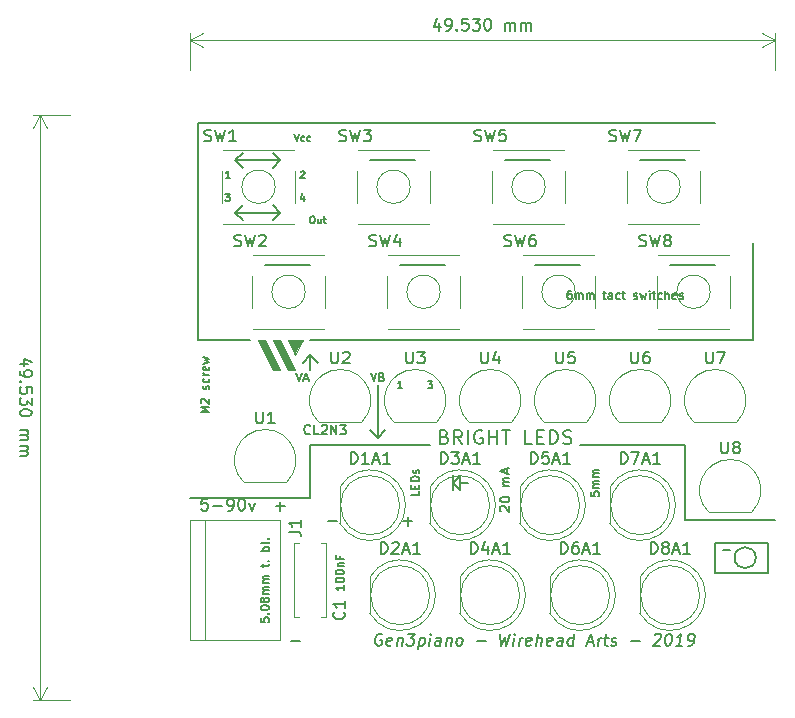
<source format=gto>
G04 #@! TF.GenerationSoftware,KiCad,Pcbnew,(5.1.2)-1*
G04 #@! TF.CreationDate,2019-05-02T22:44:15-07:00*
G04 #@! TF.ProjectId,gen3piano,67656e33-7069-4616-9e6f-2e6b69636164,rev?*
G04 #@! TF.SameCoordinates,PXe88b40PYc1c960*
G04 #@! TF.FileFunction,Legend,Top*
G04 #@! TF.FilePolarity,Positive*
%FSLAX46Y46*%
G04 Gerber Fmt 4.6, Leading zero omitted, Abs format (unit mm)*
G04 Created by KiCad (PCBNEW (5.1.2)-1) date 2019-05-02 22:44:15*
%MOMM*%
%LPD*%
G04 APERTURE LIST*
%ADD10C,0.150000*%
%ADD11C,0.100000*%
%ADD12C,0.120000*%
G04 APERTURE END LIST*
D10*
X9639285Y-6856428D02*
X9639285Y-7256428D01*
X9496428Y-6627857D02*
X9353571Y-7056428D01*
X9725000Y-7056428D01*
X2975000Y-6656428D02*
X3346428Y-6656428D01*
X3146428Y-6885000D01*
X3232142Y-6885000D01*
X3289285Y-6913571D01*
X3317857Y-6942142D01*
X3346428Y-6999285D01*
X3346428Y-7142142D01*
X3317857Y-7199285D01*
X3289285Y-7227857D01*
X3232142Y-7256428D01*
X3060714Y-7256428D01*
X3003571Y-7227857D01*
X2975000Y-7199285D01*
X9353571Y-4808571D02*
X9382142Y-4780000D01*
X9439285Y-4751428D01*
X9582142Y-4751428D01*
X9639285Y-4780000D01*
X9667857Y-4808571D01*
X9696428Y-4865714D01*
X9696428Y-4922857D01*
X9667857Y-5008571D01*
X9325000Y-5351428D01*
X9696428Y-5351428D01*
X3346428Y-5351428D02*
X3003571Y-5351428D01*
X3175000Y-5351428D02*
X3175000Y-4751428D01*
X3117857Y-4837142D01*
X3060714Y-4894285D01*
X3003571Y-4922857D01*
D11*
G36*
X7620000Y-21590000D02*
G01*
X6985000Y-21590000D01*
X5715000Y-19050000D01*
X6350000Y-19050000D01*
X7620000Y-21590000D01*
G37*
X7620000Y-21590000D02*
X6985000Y-21590000D01*
X5715000Y-19050000D01*
X6350000Y-19050000D01*
X7620000Y-21590000D01*
D10*
X20120000Y-22531428D02*
X20491428Y-22531428D01*
X20291428Y-22760000D01*
X20377142Y-22760000D01*
X20434285Y-22788571D01*
X20462857Y-22817142D01*
X20491428Y-22874285D01*
X20491428Y-23017142D01*
X20462857Y-23074285D01*
X20434285Y-23102857D01*
X20377142Y-23131428D01*
X20205714Y-23131428D01*
X20148571Y-23102857D01*
X20120000Y-23074285D01*
X17951428Y-23131428D02*
X17608571Y-23131428D01*
X17780000Y-23131428D02*
X17780000Y-22531428D01*
X17722857Y-22617142D01*
X17665714Y-22674285D01*
X17608571Y-22702857D01*
X10295000Y-8561428D02*
X10409285Y-8561428D01*
X10466428Y-8590000D01*
X10523571Y-8647142D01*
X10552142Y-8761428D01*
X10552142Y-8961428D01*
X10523571Y-9075714D01*
X10466428Y-9132857D01*
X10409285Y-9161428D01*
X10295000Y-9161428D01*
X10237857Y-9132857D01*
X10180714Y-9075714D01*
X10152142Y-8961428D01*
X10152142Y-8761428D01*
X10180714Y-8647142D01*
X10237857Y-8590000D01*
X10295000Y-8561428D01*
X11066428Y-8761428D02*
X11066428Y-9161428D01*
X10809285Y-8761428D02*
X10809285Y-9075714D01*
X10837857Y-9132857D01*
X10895000Y-9161428D01*
X10980714Y-9161428D01*
X11037857Y-9132857D01*
X11066428Y-9104285D01*
X11266428Y-8761428D02*
X11495000Y-8761428D01*
X11352142Y-8561428D02*
X11352142Y-9075714D01*
X11380714Y-9132857D01*
X11437857Y-9161428D01*
X11495000Y-9161428D01*
X8810714Y-1576428D02*
X9010714Y-2176428D01*
X9210714Y-1576428D01*
X9667857Y-2147857D02*
X9610714Y-2176428D01*
X9496428Y-2176428D01*
X9439285Y-2147857D01*
X9410714Y-2119285D01*
X9382142Y-2062142D01*
X9382142Y-1890714D01*
X9410714Y-1833571D01*
X9439285Y-1805000D01*
X9496428Y-1776428D01*
X9610714Y-1776428D01*
X9667857Y-1805000D01*
X10182142Y-2147857D02*
X10125000Y-2176428D01*
X10010714Y-2176428D01*
X9953571Y-2147857D01*
X9925000Y-2119285D01*
X9896428Y-2062142D01*
X9896428Y-1890714D01*
X9925000Y-1833571D01*
X9953571Y-1805000D01*
X10010714Y-1776428D01*
X10125000Y-1776428D01*
X10182142Y-1805000D01*
X3810000Y-8255000D02*
X4445000Y-8890000D01*
X3810000Y-8255000D02*
X4445000Y-7620000D01*
X7620000Y-8255000D02*
X6985000Y-8890000D01*
X6985000Y-7620000D02*
X7620000Y-8255000D01*
X3810000Y-8255000D02*
X7620000Y-8255000D01*
X10160000Y-20320000D02*
X10795000Y-20955000D01*
X9525000Y-20955000D02*
X10160000Y-20320000D01*
X10160000Y-21590000D02*
X10160000Y-20320000D01*
X15875000Y-27305000D02*
X16510000Y-26670000D01*
X15240000Y-26670000D02*
X15875000Y-27305000D01*
X15875000Y-22860000D02*
X15875000Y-27305000D01*
X22860000Y-31115000D02*
X23495000Y-31115000D01*
X22860000Y-31750000D02*
X22225000Y-31115000D01*
X22860000Y-30520000D02*
X22860000Y-31750000D01*
X22225000Y-31115000D02*
X22860000Y-30520000D01*
X22225000Y-31750000D02*
X22225000Y-31115000D01*
X22225000Y-30480000D02*
X22225000Y-31750000D01*
X7620000Y-3810000D02*
X6985000Y-4445000D01*
X7620000Y-3810000D02*
X6985000Y-3175000D01*
X3810000Y-3810000D02*
X4445000Y-4445000D01*
X3810000Y-3810000D02*
X4445000Y-3175000D01*
X19366666Y-31848333D02*
X19366666Y-32181666D01*
X18666666Y-32181666D01*
X19000000Y-31615000D02*
X19000000Y-31381666D01*
X19366666Y-31281666D02*
X19366666Y-31615000D01*
X18666666Y-31615000D01*
X18666666Y-31281666D01*
X19366666Y-30981666D02*
X18666666Y-30981666D01*
X18666666Y-30815000D01*
X18700000Y-30715000D01*
X18766666Y-30648333D01*
X18833333Y-30615000D01*
X18966666Y-30581666D01*
X19066666Y-30581666D01*
X19200000Y-30615000D01*
X19266666Y-30648333D01*
X19333333Y-30715000D01*
X19366666Y-30815000D01*
X19366666Y-30981666D01*
X19333333Y-30315000D02*
X19366666Y-30248333D01*
X19366666Y-30115000D01*
X19333333Y-30048333D01*
X19266666Y-30015000D01*
X19233333Y-30015000D01*
X19166666Y-30048333D01*
X19133333Y-30115000D01*
X19133333Y-30215000D01*
X19100000Y-30281666D01*
X19033333Y-30315000D01*
X19000000Y-30315000D01*
X18933333Y-30281666D01*
X18900000Y-30215000D01*
X18900000Y-30115000D01*
X18933333Y-30048333D01*
X33906666Y-31881666D02*
X33906666Y-32215000D01*
X34240000Y-32248333D01*
X34206666Y-32215000D01*
X34173333Y-32148333D01*
X34173333Y-31981666D01*
X34206666Y-31915000D01*
X34240000Y-31881666D01*
X34306666Y-31848333D01*
X34473333Y-31848333D01*
X34540000Y-31881666D01*
X34573333Y-31915000D01*
X34606666Y-31981666D01*
X34606666Y-32148333D01*
X34573333Y-32215000D01*
X34540000Y-32248333D01*
X34606666Y-31548333D02*
X34140000Y-31548333D01*
X34206666Y-31548333D02*
X34173333Y-31515000D01*
X34140000Y-31448333D01*
X34140000Y-31348333D01*
X34173333Y-31281666D01*
X34240000Y-31248333D01*
X34606666Y-31248333D01*
X34240000Y-31248333D02*
X34173333Y-31215000D01*
X34140000Y-31148333D01*
X34140000Y-31048333D01*
X34173333Y-30981666D01*
X34240000Y-30948333D01*
X34606666Y-30948333D01*
X34606666Y-30615000D02*
X34140000Y-30615000D01*
X34206666Y-30615000D02*
X34173333Y-30581666D01*
X34140000Y-30515000D01*
X34140000Y-30415000D01*
X34173333Y-30348333D01*
X34240000Y-30315000D01*
X34606666Y-30315000D01*
X34240000Y-30315000D02*
X34173333Y-30281666D01*
X34140000Y-30215000D01*
X34140000Y-30115000D01*
X34173333Y-30048333D01*
X34240000Y-30015000D01*
X34606666Y-30015000D01*
X18034047Y-34361428D02*
X18795952Y-34361428D01*
X18415000Y-34742380D02*
X18415000Y-33980476D01*
X11684047Y-34361428D02*
X12445952Y-34361428D01*
X10160000Y-32385000D02*
X0Y-32385000D01*
X10160000Y-27940000D02*
X10160000Y-32385000D01*
X20320000Y-27940000D02*
X10160000Y-27940000D01*
X15291666Y-21841666D02*
X15525000Y-22541666D01*
X15758333Y-21841666D01*
X16225000Y-22175000D02*
X16325000Y-22208333D01*
X16358333Y-22241666D01*
X16391666Y-22308333D01*
X16391666Y-22408333D01*
X16358333Y-22475000D01*
X16325000Y-22508333D01*
X16258333Y-22541666D01*
X15991666Y-22541666D01*
X15991666Y-21841666D01*
X16225000Y-21841666D01*
X16291666Y-21875000D01*
X16325000Y-21908333D01*
X16358333Y-21975000D01*
X16358333Y-22041666D01*
X16325000Y-22108333D01*
X16291666Y-22141666D01*
X16225000Y-22175000D01*
X15991666Y-22175000D01*
X8991666Y-21841666D02*
X9225000Y-22541666D01*
X9458333Y-21841666D01*
X9658333Y-22341666D02*
X9991666Y-22341666D01*
X9591666Y-22541666D02*
X9825000Y-21841666D01*
X10058333Y-22541666D01*
X41910000Y-34290000D02*
X49530000Y-34290000D01*
X41910000Y-27940000D02*
X41910000Y-34290000D01*
X33020000Y-27940000D02*
X41910000Y-27940000D01*
X21527142Y-27219285D02*
X21698571Y-27276428D01*
X21755714Y-27333571D01*
X21812857Y-27447857D01*
X21812857Y-27619285D01*
X21755714Y-27733571D01*
X21698571Y-27790714D01*
X21584285Y-27847857D01*
X21127142Y-27847857D01*
X21127142Y-26647857D01*
X21527142Y-26647857D01*
X21641428Y-26705000D01*
X21698571Y-26762142D01*
X21755714Y-26876428D01*
X21755714Y-26990714D01*
X21698571Y-27105000D01*
X21641428Y-27162142D01*
X21527142Y-27219285D01*
X21127142Y-27219285D01*
X23012857Y-27847857D02*
X22612857Y-27276428D01*
X22327142Y-27847857D02*
X22327142Y-26647857D01*
X22784285Y-26647857D01*
X22898571Y-26705000D01*
X22955714Y-26762142D01*
X23012857Y-26876428D01*
X23012857Y-27047857D01*
X22955714Y-27162142D01*
X22898571Y-27219285D01*
X22784285Y-27276428D01*
X22327142Y-27276428D01*
X23527142Y-27847857D02*
X23527142Y-26647857D01*
X24727142Y-26705000D02*
X24612857Y-26647857D01*
X24441428Y-26647857D01*
X24270000Y-26705000D01*
X24155714Y-26819285D01*
X24098571Y-26933571D01*
X24041428Y-27162142D01*
X24041428Y-27333571D01*
X24098571Y-27562142D01*
X24155714Y-27676428D01*
X24270000Y-27790714D01*
X24441428Y-27847857D01*
X24555714Y-27847857D01*
X24727142Y-27790714D01*
X24784285Y-27733571D01*
X24784285Y-27333571D01*
X24555714Y-27333571D01*
X25298571Y-27847857D02*
X25298571Y-26647857D01*
X25298571Y-27219285D02*
X25984285Y-27219285D01*
X25984285Y-27847857D02*
X25984285Y-26647857D01*
X26384285Y-26647857D02*
X27070000Y-26647857D01*
X26727142Y-27847857D02*
X26727142Y-26647857D01*
X28955714Y-27847857D02*
X28384285Y-27847857D01*
X28384285Y-26647857D01*
X29355714Y-27219285D02*
X29755714Y-27219285D01*
X29927142Y-27847857D02*
X29355714Y-27847857D01*
X29355714Y-26647857D01*
X29927142Y-26647857D01*
X30441428Y-27847857D02*
X30441428Y-26647857D01*
X30727142Y-26647857D01*
X30898571Y-26705000D01*
X31012857Y-26819285D01*
X31070000Y-26933571D01*
X31127142Y-27162142D01*
X31127142Y-27333571D01*
X31070000Y-27562142D01*
X31012857Y-27676428D01*
X30898571Y-27790714D01*
X30727142Y-27847857D01*
X30441428Y-27847857D01*
X31584285Y-27790714D02*
X31755714Y-27847857D01*
X32041428Y-27847857D01*
X32155714Y-27790714D01*
X32212857Y-27733571D01*
X32270000Y-27619285D01*
X32270000Y-27505000D01*
X32212857Y-27390714D01*
X32155714Y-27333571D01*
X32041428Y-27276428D01*
X31812857Y-27219285D01*
X31698571Y-27162142D01*
X31641428Y-27105000D01*
X31584285Y-26990714D01*
X31584285Y-26876428D01*
X31641428Y-26762142D01*
X31698571Y-26705000D01*
X31812857Y-26647857D01*
X32098571Y-26647857D01*
X32270000Y-26705000D01*
X635000Y-19050000D02*
X5080000Y-19050000D01*
X635000Y-635000D02*
X635000Y-19050000D01*
X44450000Y-635000D02*
X635000Y-635000D01*
X47625000Y-19050000D02*
X47625000Y-10795000D01*
X10160000Y-19050000D02*
X47625000Y-19050000D01*
X45085000Y-36830000D02*
X45720000Y-36830000D01*
X47888026Y-37465000D02*
G75*
G03X47888026Y-37465000I-898026J0D01*
G01*
X48895000Y-36195000D02*
X44450000Y-36195000D01*
X48895000Y-38735000D02*
X48895000Y-36195000D01*
X44450000Y-38735000D02*
X48895000Y-38735000D01*
X44450000Y-36195000D02*
X44450000Y-38735000D01*
D11*
G36*
X8890000Y-20320000D02*
G01*
X8255000Y-19050000D01*
X9525000Y-19050000D01*
X8890000Y-20320000D01*
G37*
X8890000Y-20320000D02*
X8255000Y-19050000D01*
X9525000Y-19050000D01*
X8890000Y-20320000D01*
G36*
X8890000Y-21590000D02*
G01*
X8255000Y-21590000D01*
X6985000Y-19050000D01*
X7620000Y-19050000D01*
X8890000Y-21590000D01*
G37*
X8890000Y-21590000D02*
X8255000Y-21590000D01*
X6985000Y-19050000D01*
X7620000Y-19050000D01*
X8890000Y-21590000D01*
D10*
X5966666Y-42536666D02*
X5966666Y-42870000D01*
X6300000Y-42903333D01*
X6266666Y-42870000D01*
X6233333Y-42803333D01*
X6233333Y-42636666D01*
X6266666Y-42570000D01*
X6300000Y-42536666D01*
X6366666Y-42503333D01*
X6533333Y-42503333D01*
X6600000Y-42536666D01*
X6633333Y-42570000D01*
X6666666Y-42636666D01*
X6666666Y-42803333D01*
X6633333Y-42870000D01*
X6600000Y-42903333D01*
X6600000Y-42203333D02*
X6633333Y-42170000D01*
X6666666Y-42203333D01*
X6633333Y-42236666D01*
X6600000Y-42203333D01*
X6666666Y-42203333D01*
X5966666Y-41736666D02*
X5966666Y-41670000D01*
X6000000Y-41603333D01*
X6033333Y-41570000D01*
X6100000Y-41536666D01*
X6233333Y-41503333D01*
X6400000Y-41503333D01*
X6533333Y-41536666D01*
X6600000Y-41570000D01*
X6633333Y-41603333D01*
X6666666Y-41670000D01*
X6666666Y-41736666D01*
X6633333Y-41803333D01*
X6600000Y-41836666D01*
X6533333Y-41870000D01*
X6400000Y-41903333D01*
X6233333Y-41903333D01*
X6100000Y-41870000D01*
X6033333Y-41836666D01*
X6000000Y-41803333D01*
X5966666Y-41736666D01*
X6266666Y-41103333D02*
X6233333Y-41170000D01*
X6200000Y-41203333D01*
X6133333Y-41236666D01*
X6100000Y-41236666D01*
X6033333Y-41203333D01*
X6000000Y-41170000D01*
X5966666Y-41103333D01*
X5966666Y-40970000D01*
X6000000Y-40903333D01*
X6033333Y-40870000D01*
X6100000Y-40836666D01*
X6133333Y-40836666D01*
X6200000Y-40870000D01*
X6233333Y-40903333D01*
X6266666Y-40970000D01*
X6266666Y-41103333D01*
X6300000Y-41170000D01*
X6333333Y-41203333D01*
X6400000Y-41236666D01*
X6533333Y-41236666D01*
X6600000Y-41203333D01*
X6633333Y-41170000D01*
X6666666Y-41103333D01*
X6666666Y-40970000D01*
X6633333Y-40903333D01*
X6600000Y-40870000D01*
X6533333Y-40836666D01*
X6400000Y-40836666D01*
X6333333Y-40870000D01*
X6300000Y-40903333D01*
X6266666Y-40970000D01*
X6666666Y-40536666D02*
X6200000Y-40536666D01*
X6266666Y-40536666D02*
X6233333Y-40503333D01*
X6200000Y-40436666D01*
X6200000Y-40336666D01*
X6233333Y-40270000D01*
X6300000Y-40236666D01*
X6666666Y-40236666D01*
X6300000Y-40236666D02*
X6233333Y-40203333D01*
X6200000Y-40136666D01*
X6200000Y-40036666D01*
X6233333Y-39970000D01*
X6300000Y-39936666D01*
X6666666Y-39936666D01*
X6666666Y-39603333D02*
X6200000Y-39603333D01*
X6266666Y-39603333D02*
X6233333Y-39570000D01*
X6200000Y-39503333D01*
X6200000Y-39403333D01*
X6233333Y-39336666D01*
X6300000Y-39303333D01*
X6666666Y-39303333D01*
X6300000Y-39303333D02*
X6233333Y-39270000D01*
X6200000Y-39203333D01*
X6200000Y-39103333D01*
X6233333Y-39036666D01*
X6300000Y-39003333D01*
X6666666Y-39003333D01*
X6200000Y-38236666D02*
X6200000Y-37970000D01*
X5966666Y-38136666D02*
X6566666Y-38136666D01*
X6633333Y-38103333D01*
X6666666Y-38036666D01*
X6666666Y-37970000D01*
X6600000Y-37736666D02*
X6633333Y-37703333D01*
X6666666Y-37736666D01*
X6633333Y-37770000D01*
X6600000Y-37736666D01*
X6666666Y-37736666D01*
X6666666Y-36870000D02*
X5966666Y-36870000D01*
X6233333Y-36870000D02*
X6200000Y-36803333D01*
X6200000Y-36670000D01*
X6233333Y-36603333D01*
X6266666Y-36570000D01*
X6333333Y-36536666D01*
X6533333Y-36536666D01*
X6600000Y-36570000D01*
X6633333Y-36603333D01*
X6666666Y-36670000D01*
X6666666Y-36803333D01*
X6633333Y-36870000D01*
X6666666Y-36136666D02*
X6633333Y-36203333D01*
X6566666Y-36236666D01*
X5966666Y-36236666D01*
X6600000Y-35870000D02*
X6633333Y-35836666D01*
X6666666Y-35870000D01*
X6633333Y-35903333D01*
X6600000Y-35870000D01*
X6666666Y-35870000D01*
X40640000Y-12700000D02*
X44450000Y-12700000D01*
X38100000Y-3810000D02*
X41910000Y-3810000D01*
X29210000Y-12700000D02*
X33020000Y-12700000D01*
X17780000Y-12700000D02*
X21590000Y-12700000D01*
X26670000Y-3810000D02*
X30480000Y-3810000D01*
X6350000Y-12700000D02*
X10160000Y-12700000D01*
X15240000Y-3810000D02*
X19050000Y-3810000D01*
X3810000Y-3810000D02*
X7620000Y-3810000D01*
X32263333Y-14856666D02*
X32130000Y-14856666D01*
X32063333Y-14890000D01*
X32030000Y-14923333D01*
X31963333Y-15023333D01*
X31930000Y-15156666D01*
X31930000Y-15423333D01*
X31963333Y-15490000D01*
X31996666Y-15523333D01*
X32063333Y-15556666D01*
X32196666Y-15556666D01*
X32263333Y-15523333D01*
X32296666Y-15490000D01*
X32330000Y-15423333D01*
X32330000Y-15256666D01*
X32296666Y-15190000D01*
X32263333Y-15156666D01*
X32196666Y-15123333D01*
X32063333Y-15123333D01*
X31996666Y-15156666D01*
X31963333Y-15190000D01*
X31930000Y-15256666D01*
X32630000Y-15556666D02*
X32630000Y-15090000D01*
X32630000Y-15156666D02*
X32663333Y-15123333D01*
X32730000Y-15090000D01*
X32830000Y-15090000D01*
X32896666Y-15123333D01*
X32930000Y-15190000D01*
X32930000Y-15556666D01*
X32930000Y-15190000D02*
X32963333Y-15123333D01*
X33030000Y-15090000D01*
X33130000Y-15090000D01*
X33196666Y-15123333D01*
X33230000Y-15190000D01*
X33230000Y-15556666D01*
X33563333Y-15556666D02*
X33563333Y-15090000D01*
X33563333Y-15156666D02*
X33596666Y-15123333D01*
X33663333Y-15090000D01*
X33763333Y-15090000D01*
X33830000Y-15123333D01*
X33863333Y-15190000D01*
X33863333Y-15556666D01*
X33863333Y-15190000D02*
X33896666Y-15123333D01*
X33963333Y-15090000D01*
X34063333Y-15090000D01*
X34130000Y-15123333D01*
X34163333Y-15190000D01*
X34163333Y-15556666D01*
X34930000Y-15090000D02*
X35196666Y-15090000D01*
X35030000Y-14856666D02*
X35030000Y-15456666D01*
X35063333Y-15523333D01*
X35130000Y-15556666D01*
X35196666Y-15556666D01*
X35730000Y-15556666D02*
X35730000Y-15190000D01*
X35696666Y-15123333D01*
X35630000Y-15090000D01*
X35496666Y-15090000D01*
X35430000Y-15123333D01*
X35730000Y-15523333D02*
X35663333Y-15556666D01*
X35496666Y-15556666D01*
X35430000Y-15523333D01*
X35396666Y-15456666D01*
X35396666Y-15390000D01*
X35430000Y-15323333D01*
X35496666Y-15290000D01*
X35663333Y-15290000D01*
X35730000Y-15256666D01*
X36363333Y-15523333D02*
X36296666Y-15556666D01*
X36163333Y-15556666D01*
X36096666Y-15523333D01*
X36063333Y-15490000D01*
X36030000Y-15423333D01*
X36030000Y-15223333D01*
X36063333Y-15156666D01*
X36096666Y-15123333D01*
X36163333Y-15090000D01*
X36296666Y-15090000D01*
X36363333Y-15123333D01*
X36563333Y-15090000D02*
X36830000Y-15090000D01*
X36663333Y-14856666D02*
X36663333Y-15456666D01*
X36696666Y-15523333D01*
X36763333Y-15556666D01*
X36830000Y-15556666D01*
X37563333Y-15523333D02*
X37630000Y-15556666D01*
X37763333Y-15556666D01*
X37830000Y-15523333D01*
X37863333Y-15456666D01*
X37863333Y-15423333D01*
X37830000Y-15356666D01*
X37763333Y-15323333D01*
X37663333Y-15323333D01*
X37596666Y-15290000D01*
X37563333Y-15223333D01*
X37563333Y-15190000D01*
X37596666Y-15123333D01*
X37663333Y-15090000D01*
X37763333Y-15090000D01*
X37830000Y-15123333D01*
X38096666Y-15090000D02*
X38230000Y-15556666D01*
X38363333Y-15223333D01*
X38496666Y-15556666D01*
X38630000Y-15090000D01*
X38896666Y-15556666D02*
X38896666Y-15090000D01*
X38896666Y-14856666D02*
X38863333Y-14890000D01*
X38896666Y-14923333D01*
X38930000Y-14890000D01*
X38896666Y-14856666D01*
X38896666Y-14923333D01*
X39130000Y-15090000D02*
X39396666Y-15090000D01*
X39230000Y-14856666D02*
X39230000Y-15456666D01*
X39263333Y-15523333D01*
X39330000Y-15556666D01*
X39396666Y-15556666D01*
X39930000Y-15523333D02*
X39863333Y-15556666D01*
X39730000Y-15556666D01*
X39663333Y-15523333D01*
X39630000Y-15490000D01*
X39596666Y-15423333D01*
X39596666Y-15223333D01*
X39630000Y-15156666D01*
X39663333Y-15123333D01*
X39730000Y-15090000D01*
X39863333Y-15090000D01*
X39930000Y-15123333D01*
X40230000Y-15556666D02*
X40230000Y-14856666D01*
X40530000Y-15556666D02*
X40530000Y-15190000D01*
X40496666Y-15123333D01*
X40430000Y-15090000D01*
X40330000Y-15090000D01*
X40263333Y-15123333D01*
X40230000Y-15156666D01*
X41130000Y-15523333D02*
X41063333Y-15556666D01*
X40930000Y-15556666D01*
X40863333Y-15523333D01*
X40830000Y-15456666D01*
X40830000Y-15190000D01*
X40863333Y-15123333D01*
X40930000Y-15090000D01*
X41063333Y-15090000D01*
X41130000Y-15123333D01*
X41163333Y-15190000D01*
X41163333Y-15256666D01*
X40830000Y-15323333D01*
X41430000Y-15523333D02*
X41496666Y-15556666D01*
X41630000Y-15556666D01*
X41696666Y-15523333D01*
X41730000Y-15456666D01*
X41730000Y-15423333D01*
X41696666Y-15356666D01*
X41630000Y-15323333D01*
X41530000Y-15323333D01*
X41463333Y-15290000D01*
X41430000Y-15223333D01*
X41430000Y-15190000D01*
X41463333Y-15123333D01*
X41530000Y-15090000D01*
X41630000Y-15090000D01*
X41696666Y-15123333D01*
X8509047Y-44521428D02*
X9270952Y-44521428D01*
X7239047Y-33091428D02*
X8000952Y-33091428D01*
X7620000Y-33472380D02*
X7620000Y-32710476D01*
X1586666Y-25160000D02*
X886666Y-25160000D01*
X1386666Y-24926666D01*
X886666Y-24693333D01*
X1586666Y-24693333D01*
X953333Y-24393333D02*
X920000Y-24360000D01*
X886666Y-24293333D01*
X886666Y-24126666D01*
X920000Y-24060000D01*
X953333Y-24026666D01*
X1020000Y-23993333D01*
X1086666Y-23993333D01*
X1186666Y-24026666D01*
X1586666Y-24426666D01*
X1586666Y-23993333D01*
X1553333Y-23193333D02*
X1586666Y-23126666D01*
X1586666Y-22993333D01*
X1553333Y-22926666D01*
X1486666Y-22893333D01*
X1453333Y-22893333D01*
X1386666Y-22926666D01*
X1353333Y-22993333D01*
X1353333Y-23093333D01*
X1320000Y-23160000D01*
X1253333Y-23193333D01*
X1220000Y-23193333D01*
X1153333Y-23160000D01*
X1120000Y-23093333D01*
X1120000Y-22993333D01*
X1153333Y-22926666D01*
X1553333Y-22293333D02*
X1586666Y-22360000D01*
X1586666Y-22493333D01*
X1553333Y-22560000D01*
X1520000Y-22593333D01*
X1453333Y-22626666D01*
X1253333Y-22626666D01*
X1186666Y-22593333D01*
X1153333Y-22560000D01*
X1120000Y-22493333D01*
X1120000Y-22360000D01*
X1153333Y-22293333D01*
X1586666Y-21993333D02*
X1120000Y-21993333D01*
X1253333Y-21993333D02*
X1186666Y-21960000D01*
X1153333Y-21926666D01*
X1120000Y-21860000D01*
X1120000Y-21793333D01*
X1553333Y-21293333D02*
X1586666Y-21360000D01*
X1586666Y-21493333D01*
X1553333Y-21560000D01*
X1486666Y-21593333D01*
X1220000Y-21593333D01*
X1153333Y-21560000D01*
X1120000Y-21493333D01*
X1120000Y-21360000D01*
X1153333Y-21293333D01*
X1220000Y-21260000D01*
X1286666Y-21260000D01*
X1353333Y-21593333D01*
X1120000Y-21026666D02*
X1586666Y-20893333D01*
X1253333Y-20760000D01*
X1586666Y-20626666D01*
X1120000Y-20493333D01*
X13016666Y-39818333D02*
X13016666Y-40218333D01*
X13016666Y-40018333D02*
X12316666Y-40018333D01*
X12416666Y-40085000D01*
X12483333Y-40151666D01*
X12516666Y-40218333D01*
X12316666Y-39385000D02*
X12316666Y-39318333D01*
X12350000Y-39251666D01*
X12383333Y-39218333D01*
X12450000Y-39185000D01*
X12583333Y-39151666D01*
X12750000Y-39151666D01*
X12883333Y-39185000D01*
X12950000Y-39218333D01*
X12983333Y-39251666D01*
X13016666Y-39318333D01*
X13016666Y-39385000D01*
X12983333Y-39451666D01*
X12950000Y-39485000D01*
X12883333Y-39518333D01*
X12750000Y-39551666D01*
X12583333Y-39551666D01*
X12450000Y-39518333D01*
X12383333Y-39485000D01*
X12350000Y-39451666D01*
X12316666Y-39385000D01*
X12316666Y-38718333D02*
X12316666Y-38651666D01*
X12350000Y-38585000D01*
X12383333Y-38551666D01*
X12450000Y-38518333D01*
X12583333Y-38485000D01*
X12750000Y-38485000D01*
X12883333Y-38518333D01*
X12950000Y-38551666D01*
X12983333Y-38585000D01*
X13016666Y-38651666D01*
X13016666Y-38718333D01*
X12983333Y-38785000D01*
X12950000Y-38818333D01*
X12883333Y-38851666D01*
X12750000Y-38885000D01*
X12583333Y-38885000D01*
X12450000Y-38851666D01*
X12383333Y-38818333D01*
X12350000Y-38785000D01*
X12316666Y-38718333D01*
X12550000Y-38185000D02*
X13016666Y-38185000D01*
X12616666Y-38185000D02*
X12583333Y-38151666D01*
X12550000Y-38085000D01*
X12550000Y-37985000D01*
X12583333Y-37918333D01*
X12650000Y-37885000D01*
X13016666Y-37885000D01*
X12650000Y-37318333D02*
X12650000Y-37551666D01*
X13016666Y-37551666D02*
X12316666Y-37551666D01*
X12316666Y-37218333D01*
X10172857Y-26955714D02*
X10134761Y-26993809D01*
X10020476Y-27031904D01*
X9944285Y-27031904D01*
X9830000Y-26993809D01*
X9753809Y-26917619D01*
X9715714Y-26841428D01*
X9677619Y-26689047D01*
X9677619Y-26574761D01*
X9715714Y-26422380D01*
X9753809Y-26346190D01*
X9830000Y-26270000D01*
X9944285Y-26231904D01*
X10020476Y-26231904D01*
X10134761Y-26270000D01*
X10172857Y-26308095D01*
X10896666Y-27031904D02*
X10515714Y-27031904D01*
X10515714Y-26231904D01*
X11125238Y-26308095D02*
X11163333Y-26270000D01*
X11239523Y-26231904D01*
X11430000Y-26231904D01*
X11506190Y-26270000D01*
X11544285Y-26308095D01*
X11582380Y-26384285D01*
X11582380Y-26460476D01*
X11544285Y-26574761D01*
X11087142Y-27031904D01*
X11582380Y-27031904D01*
X11925238Y-27031904D02*
X11925238Y-26231904D01*
X12382380Y-27031904D01*
X12382380Y-26231904D01*
X12687142Y-26231904D02*
X13182380Y-26231904D01*
X12915714Y-26536666D01*
X13030000Y-26536666D01*
X13106190Y-26574761D01*
X13144285Y-26612857D01*
X13182380Y-26689047D01*
X13182380Y-26879523D01*
X13144285Y-26955714D01*
X13106190Y-26993809D01*
X13030000Y-27031904D01*
X12801428Y-27031904D01*
X12725238Y-26993809D01*
X12687142Y-26955714D01*
X26308095Y-33540476D02*
X26270000Y-33502380D01*
X26231904Y-33426190D01*
X26231904Y-33235714D01*
X26270000Y-33159523D01*
X26308095Y-33121428D01*
X26384285Y-33083333D01*
X26460476Y-33083333D01*
X26574761Y-33121428D01*
X27031904Y-33578571D01*
X27031904Y-33083333D01*
X26231904Y-32588095D02*
X26231904Y-32511904D01*
X26270000Y-32435714D01*
X26308095Y-32397619D01*
X26384285Y-32359523D01*
X26536666Y-32321428D01*
X26727142Y-32321428D01*
X26879523Y-32359523D01*
X26955714Y-32397619D01*
X26993809Y-32435714D01*
X27031904Y-32511904D01*
X27031904Y-32588095D01*
X26993809Y-32664285D01*
X26955714Y-32702380D01*
X26879523Y-32740476D01*
X26727142Y-32778571D01*
X26536666Y-32778571D01*
X26384285Y-32740476D01*
X26308095Y-32702380D01*
X26270000Y-32664285D01*
X26231904Y-32588095D01*
X27031904Y-31369047D02*
X26498571Y-31369047D01*
X26574761Y-31369047D02*
X26536666Y-31330952D01*
X26498571Y-31254761D01*
X26498571Y-31140476D01*
X26536666Y-31064285D01*
X26612857Y-31026190D01*
X27031904Y-31026190D01*
X26612857Y-31026190D02*
X26536666Y-30988095D01*
X26498571Y-30911904D01*
X26498571Y-30797619D01*
X26536666Y-30721428D01*
X26612857Y-30683333D01*
X27031904Y-30683333D01*
X26803333Y-30340476D02*
X26803333Y-29959523D01*
X27031904Y-30416666D02*
X26231904Y-30150000D01*
X27031904Y-29883333D01*
X1460714Y-32472380D02*
X984523Y-32472380D01*
X936904Y-32948571D01*
X984523Y-32900952D01*
X1079761Y-32853333D01*
X1317857Y-32853333D01*
X1413095Y-32900952D01*
X1460714Y-32948571D01*
X1508333Y-33043809D01*
X1508333Y-33281904D01*
X1460714Y-33377142D01*
X1413095Y-33424761D01*
X1317857Y-33472380D01*
X1079761Y-33472380D01*
X984523Y-33424761D01*
X936904Y-33377142D01*
X1936904Y-33091428D02*
X2698809Y-33091428D01*
X3222619Y-33472380D02*
X3413095Y-33472380D01*
X3508333Y-33424761D01*
X3555952Y-33377142D01*
X3651190Y-33234285D01*
X3698809Y-33043809D01*
X3698809Y-32662857D01*
X3651190Y-32567619D01*
X3603571Y-32520000D01*
X3508333Y-32472380D01*
X3317857Y-32472380D01*
X3222619Y-32520000D01*
X3175000Y-32567619D01*
X3127380Y-32662857D01*
X3127380Y-32900952D01*
X3175000Y-32996190D01*
X3222619Y-33043809D01*
X3317857Y-33091428D01*
X3508333Y-33091428D01*
X3603571Y-33043809D01*
X3651190Y-32996190D01*
X3698809Y-32900952D01*
X4317857Y-32472380D02*
X4413095Y-32472380D01*
X4508333Y-32520000D01*
X4555952Y-32567619D01*
X4603571Y-32662857D01*
X4651190Y-32853333D01*
X4651190Y-33091428D01*
X4603571Y-33281904D01*
X4555952Y-33377142D01*
X4508333Y-33424761D01*
X4413095Y-33472380D01*
X4317857Y-33472380D01*
X4222619Y-33424761D01*
X4175000Y-33377142D01*
X4127380Y-33281904D01*
X4079761Y-33091428D01*
X4079761Y-32853333D01*
X4127380Y-32662857D01*
X4175000Y-32567619D01*
X4222619Y-32520000D01*
X4317857Y-32472380D01*
X4984523Y-32805714D02*
X5222619Y-33472380D01*
X5460714Y-32805714D01*
X16276681Y-43950000D02*
X16187395Y-43902380D01*
X16044538Y-43902380D01*
X15895729Y-43950000D01*
X15788586Y-44045238D01*
X15729062Y-44140476D01*
X15657633Y-44330952D01*
X15639776Y-44473809D01*
X15663586Y-44664285D01*
X15699300Y-44759523D01*
X15782633Y-44854761D01*
X15919538Y-44902380D01*
X16014776Y-44902380D01*
X16163586Y-44854761D01*
X16217157Y-44807142D01*
X16258824Y-44473809D01*
X16068348Y-44473809D01*
X17020729Y-44854761D02*
X16919538Y-44902380D01*
X16729062Y-44902380D01*
X16639776Y-44854761D01*
X16604062Y-44759523D01*
X16651681Y-44378571D01*
X16711205Y-44283333D01*
X16812395Y-44235714D01*
X17002872Y-44235714D01*
X17092157Y-44283333D01*
X17127872Y-44378571D01*
X17115967Y-44473809D01*
X16627872Y-44569047D01*
X17574300Y-44235714D02*
X17490967Y-44902380D01*
X17562395Y-44330952D02*
X17615967Y-44283333D01*
X17717157Y-44235714D01*
X17860014Y-44235714D01*
X17949300Y-44283333D01*
X17985014Y-44378571D01*
X17919538Y-44902380D01*
X18425491Y-43902380D02*
X19044538Y-43902380D01*
X18663586Y-44283333D01*
X18806443Y-44283333D01*
X18895729Y-44330952D01*
X18937395Y-44378571D01*
X18973110Y-44473809D01*
X18943348Y-44711904D01*
X18883824Y-44807142D01*
X18830252Y-44854761D01*
X18729062Y-44902380D01*
X18443348Y-44902380D01*
X18354062Y-44854761D01*
X18312395Y-44807142D01*
X19431443Y-44235714D02*
X19306443Y-45235714D01*
X19425491Y-44283333D02*
X19526681Y-44235714D01*
X19717157Y-44235714D01*
X19806443Y-44283333D01*
X19848110Y-44330952D01*
X19883824Y-44426190D01*
X19848110Y-44711904D01*
X19788586Y-44807142D01*
X19735014Y-44854761D01*
X19633824Y-44902380D01*
X19443348Y-44902380D01*
X19354062Y-44854761D01*
X20252872Y-44902380D02*
X20336205Y-44235714D01*
X20377872Y-43902380D02*
X20324300Y-43950000D01*
X20365967Y-43997619D01*
X20419538Y-43950000D01*
X20377872Y-43902380D01*
X20365967Y-43997619D01*
X21157633Y-44902380D02*
X21223110Y-44378571D01*
X21187395Y-44283333D01*
X21098110Y-44235714D01*
X20907633Y-44235714D01*
X20806443Y-44283333D01*
X21163586Y-44854761D02*
X21062395Y-44902380D01*
X20824300Y-44902380D01*
X20735014Y-44854761D01*
X20699300Y-44759523D01*
X20711205Y-44664285D01*
X20770729Y-44569047D01*
X20871919Y-44521428D01*
X21110014Y-44521428D01*
X21211205Y-44473809D01*
X21717157Y-44235714D02*
X21633824Y-44902380D01*
X21705252Y-44330952D02*
X21758824Y-44283333D01*
X21860014Y-44235714D01*
X22002872Y-44235714D01*
X22092157Y-44283333D01*
X22127872Y-44378571D01*
X22062395Y-44902380D01*
X22681443Y-44902380D02*
X22592157Y-44854761D01*
X22550491Y-44807142D01*
X22514776Y-44711904D01*
X22550491Y-44426190D01*
X22610014Y-44330952D01*
X22663586Y-44283333D01*
X22764776Y-44235714D01*
X22907633Y-44235714D01*
X22996919Y-44283333D01*
X23038586Y-44330952D01*
X23074300Y-44426190D01*
X23038586Y-44711904D01*
X22979062Y-44807142D01*
X22925491Y-44854761D01*
X22824300Y-44902380D01*
X22681443Y-44902380D01*
X24252872Y-44521428D02*
X25014776Y-44521428D01*
X26235014Y-43902380D02*
X26348110Y-44902380D01*
X26627872Y-44188095D01*
X26729062Y-44902380D01*
X27092157Y-43902380D01*
X27348110Y-44902380D02*
X27431443Y-44235714D01*
X27473110Y-43902380D02*
X27419538Y-43950000D01*
X27461205Y-43997619D01*
X27514776Y-43950000D01*
X27473110Y-43902380D01*
X27461205Y-43997619D01*
X27824300Y-44902380D02*
X27907633Y-44235714D01*
X27883824Y-44426190D02*
X27943348Y-44330952D01*
X27996919Y-44283333D01*
X28098110Y-44235714D01*
X28193348Y-44235714D01*
X28830252Y-44854761D02*
X28729062Y-44902380D01*
X28538586Y-44902380D01*
X28449300Y-44854761D01*
X28413586Y-44759523D01*
X28461205Y-44378571D01*
X28520729Y-44283333D01*
X28621919Y-44235714D01*
X28812395Y-44235714D01*
X28901681Y-44283333D01*
X28937395Y-44378571D01*
X28925491Y-44473809D01*
X28437395Y-44569047D01*
X29300491Y-44902380D02*
X29425491Y-43902380D01*
X29729062Y-44902380D02*
X29794538Y-44378571D01*
X29758824Y-44283333D01*
X29669538Y-44235714D01*
X29526681Y-44235714D01*
X29425491Y-44283333D01*
X29371919Y-44330952D01*
X30592157Y-44854761D02*
X30490967Y-44902380D01*
X30300491Y-44902380D01*
X30211205Y-44854761D01*
X30175491Y-44759523D01*
X30223110Y-44378571D01*
X30282633Y-44283333D01*
X30383824Y-44235714D01*
X30574300Y-44235714D01*
X30663586Y-44283333D01*
X30699300Y-44378571D01*
X30687395Y-44473809D01*
X30199300Y-44569047D01*
X31490967Y-44902380D02*
X31556443Y-44378571D01*
X31520729Y-44283333D01*
X31431443Y-44235714D01*
X31240967Y-44235714D01*
X31139776Y-44283333D01*
X31496919Y-44854761D02*
X31395729Y-44902380D01*
X31157633Y-44902380D01*
X31068348Y-44854761D01*
X31032633Y-44759523D01*
X31044538Y-44664285D01*
X31104062Y-44569047D01*
X31205252Y-44521428D01*
X31443348Y-44521428D01*
X31544538Y-44473809D01*
X32395729Y-44902380D02*
X32520729Y-43902380D01*
X32401681Y-44854761D02*
X32300491Y-44902380D01*
X32110014Y-44902380D01*
X32020729Y-44854761D01*
X31979062Y-44807142D01*
X31943348Y-44711904D01*
X31979062Y-44426190D01*
X32038586Y-44330952D01*
X32092157Y-44283333D01*
X32193348Y-44235714D01*
X32383824Y-44235714D01*
X32473110Y-44283333D01*
X33621919Y-44616666D02*
X34098110Y-44616666D01*
X33490967Y-44902380D02*
X33949300Y-43902380D01*
X34157633Y-44902380D01*
X34490967Y-44902380D02*
X34574300Y-44235714D01*
X34550491Y-44426190D02*
X34610014Y-44330952D01*
X34663586Y-44283333D01*
X34764776Y-44235714D01*
X34860014Y-44235714D01*
X35050491Y-44235714D02*
X35431443Y-44235714D01*
X35235014Y-43902380D02*
X35127872Y-44759523D01*
X35163586Y-44854761D01*
X35252872Y-44902380D01*
X35348110Y-44902380D01*
X35639776Y-44854761D02*
X35729062Y-44902380D01*
X35919538Y-44902380D01*
X36020729Y-44854761D01*
X36080252Y-44759523D01*
X36086205Y-44711904D01*
X36050491Y-44616666D01*
X35961205Y-44569047D01*
X35818348Y-44569047D01*
X35729062Y-44521428D01*
X35693348Y-44426190D01*
X35699300Y-44378571D01*
X35758824Y-44283333D01*
X35860014Y-44235714D01*
X36002872Y-44235714D01*
X36092157Y-44283333D01*
X37300491Y-44521428D02*
X38062395Y-44521428D01*
X39318348Y-43997619D02*
X39371919Y-43950000D01*
X39473110Y-43902380D01*
X39711205Y-43902380D01*
X39800491Y-43950000D01*
X39842157Y-43997619D01*
X39877872Y-44092857D01*
X39865967Y-44188095D01*
X39800491Y-44330952D01*
X39157633Y-44902380D01*
X39776681Y-44902380D01*
X40520729Y-43902380D02*
X40615967Y-43902380D01*
X40705252Y-43950000D01*
X40746919Y-43997619D01*
X40782633Y-44092857D01*
X40806443Y-44283333D01*
X40776681Y-44521428D01*
X40705252Y-44711904D01*
X40645729Y-44807142D01*
X40592157Y-44854761D01*
X40490967Y-44902380D01*
X40395729Y-44902380D01*
X40306443Y-44854761D01*
X40264776Y-44807142D01*
X40229062Y-44711904D01*
X40205252Y-44521428D01*
X40235014Y-44283333D01*
X40306443Y-44092857D01*
X40365967Y-43997619D01*
X40419538Y-43950000D01*
X40520729Y-43902380D01*
X41681443Y-44902380D02*
X41110014Y-44902380D01*
X41395729Y-44902380D02*
X41520729Y-43902380D01*
X41407633Y-44045238D01*
X41300491Y-44140476D01*
X41199300Y-44188095D01*
X42157633Y-44902380D02*
X42348110Y-44902380D01*
X42449300Y-44854761D01*
X42502872Y-44807142D01*
X42615967Y-44664285D01*
X42687395Y-44473809D01*
X42735014Y-44092857D01*
X42699300Y-43997619D01*
X42657633Y-43950000D01*
X42568348Y-43902380D01*
X42377872Y-43902380D01*
X42276681Y-43950000D01*
X42223110Y-43997619D01*
X42163586Y-44092857D01*
X42133824Y-44330952D01*
X42169538Y-44426190D01*
X42211205Y-44473809D01*
X42300491Y-44521428D01*
X42490967Y-44521428D01*
X42592157Y-44473809D01*
X42645729Y-44426190D01*
X42705252Y-44330952D01*
X-13755715Y-21098333D02*
X-14422381Y-21098333D01*
X-13374762Y-20860238D02*
X-14089048Y-20622142D01*
X-14089048Y-21241190D01*
X-14422381Y-21669761D02*
X-14422381Y-21860238D01*
X-14374762Y-21955476D01*
X-14327143Y-22003095D01*
X-14184286Y-22098333D01*
X-13993810Y-22145952D01*
X-13612858Y-22145952D01*
X-13517620Y-22098333D01*
X-13470000Y-22050714D01*
X-13422381Y-21955476D01*
X-13422381Y-21765000D01*
X-13470000Y-21669761D01*
X-13517620Y-21622142D01*
X-13612858Y-21574523D01*
X-13850953Y-21574523D01*
X-13946191Y-21622142D01*
X-13993810Y-21669761D01*
X-14041429Y-21765000D01*
X-14041429Y-21955476D01*
X-13993810Y-22050714D01*
X-13946191Y-22098333D01*
X-13850953Y-22145952D01*
X-14327143Y-22574523D02*
X-14374762Y-22622142D01*
X-14422381Y-22574523D01*
X-14374762Y-22526904D01*
X-14327143Y-22574523D01*
X-14422381Y-22574523D01*
X-13422381Y-23526904D02*
X-13422381Y-23050714D01*
X-13898572Y-23003095D01*
X-13850953Y-23050714D01*
X-13803334Y-23145952D01*
X-13803334Y-23384047D01*
X-13850953Y-23479285D01*
X-13898572Y-23526904D01*
X-13993810Y-23574523D01*
X-14231905Y-23574523D01*
X-14327143Y-23526904D01*
X-14374762Y-23479285D01*
X-14422381Y-23384047D01*
X-14422381Y-23145952D01*
X-14374762Y-23050714D01*
X-14327143Y-23003095D01*
X-13422381Y-23907857D02*
X-13422381Y-24526904D01*
X-13803334Y-24193571D01*
X-13803334Y-24336428D01*
X-13850953Y-24431666D01*
X-13898572Y-24479285D01*
X-13993810Y-24526904D01*
X-14231905Y-24526904D01*
X-14327143Y-24479285D01*
X-14374762Y-24431666D01*
X-14422381Y-24336428D01*
X-14422381Y-24050714D01*
X-14374762Y-23955476D01*
X-14327143Y-23907857D01*
X-13422381Y-25145952D02*
X-13422381Y-25241190D01*
X-13470000Y-25336428D01*
X-13517620Y-25384047D01*
X-13612858Y-25431666D01*
X-13803334Y-25479285D01*
X-14041429Y-25479285D01*
X-14231905Y-25431666D01*
X-14327143Y-25384047D01*
X-14374762Y-25336428D01*
X-14422381Y-25241190D01*
X-14422381Y-25145952D01*
X-14374762Y-25050714D01*
X-14327143Y-25003095D01*
X-14231905Y-24955476D01*
X-14041429Y-24907857D01*
X-13803334Y-24907857D01*
X-13612858Y-24955476D01*
X-13517620Y-25003095D01*
X-13470000Y-25050714D01*
X-13422381Y-25145952D01*
X-14422381Y-26669761D02*
X-13755715Y-26669761D01*
X-13850953Y-26669761D02*
X-13803334Y-26717380D01*
X-13755715Y-26812619D01*
X-13755715Y-26955476D01*
X-13803334Y-27050714D01*
X-13898572Y-27098333D01*
X-14422381Y-27098333D01*
X-13898572Y-27098333D02*
X-13803334Y-27145952D01*
X-13755715Y-27241190D01*
X-13755715Y-27384047D01*
X-13803334Y-27479285D01*
X-13898572Y-27526904D01*
X-14422381Y-27526904D01*
X-14422381Y-28003095D02*
X-13755715Y-28003095D01*
X-13850953Y-28003095D02*
X-13803334Y-28050714D01*
X-13755715Y-28145952D01*
X-13755715Y-28288809D01*
X-13803334Y-28384047D01*
X-13898572Y-28431666D01*
X-14422381Y-28431666D01*
X-13898572Y-28431666D02*
X-13803334Y-28479285D01*
X-13755715Y-28574523D01*
X-13755715Y-28717380D01*
X-13803334Y-28812619D01*
X-13898572Y-28860238D01*
X-14422381Y-28860238D01*
D12*
X-12700000Y0D02*
X-12700000Y-49530000D01*
X-10160000Y0D02*
X-13286421Y0D01*
X-10160000Y-49530000D02*
X-13286421Y-49530000D01*
X-12700000Y-49530000D02*
X-13286421Y-48403496D01*
X-12700000Y-49530000D02*
X-12113579Y-48403496D01*
X-12700000Y0D02*
X-13286421Y-1126504D01*
X-12700000Y0D02*
X-12113579Y-1126504D01*
D10*
X21098333Y7834286D02*
X21098333Y7167620D01*
X20860238Y8215239D02*
X20622142Y7500953D01*
X21241190Y7500953D01*
X21669761Y7167620D02*
X21860238Y7167620D01*
X21955476Y7215239D01*
X22003095Y7262858D01*
X22098333Y7405715D01*
X22145952Y7596191D01*
X22145952Y7977143D01*
X22098333Y8072381D01*
X22050714Y8120000D01*
X21955476Y8167620D01*
X21765000Y8167620D01*
X21669761Y8120000D01*
X21622142Y8072381D01*
X21574523Y7977143D01*
X21574523Y7739048D01*
X21622142Y7643810D01*
X21669761Y7596191D01*
X21765000Y7548572D01*
X21955476Y7548572D01*
X22050714Y7596191D01*
X22098333Y7643810D01*
X22145952Y7739048D01*
X22574523Y7262858D02*
X22622142Y7215239D01*
X22574523Y7167620D01*
X22526904Y7215239D01*
X22574523Y7262858D01*
X22574523Y7167620D01*
X23526904Y8167620D02*
X23050714Y8167620D01*
X23003095Y7691429D01*
X23050714Y7739048D01*
X23145952Y7786667D01*
X23384047Y7786667D01*
X23479285Y7739048D01*
X23526904Y7691429D01*
X23574523Y7596191D01*
X23574523Y7358096D01*
X23526904Y7262858D01*
X23479285Y7215239D01*
X23384047Y7167620D01*
X23145952Y7167620D01*
X23050714Y7215239D01*
X23003095Y7262858D01*
X23907857Y8167620D02*
X24526904Y8167620D01*
X24193571Y7786667D01*
X24336428Y7786667D01*
X24431666Y7739048D01*
X24479285Y7691429D01*
X24526904Y7596191D01*
X24526904Y7358096D01*
X24479285Y7262858D01*
X24431666Y7215239D01*
X24336428Y7167620D01*
X24050714Y7167620D01*
X23955476Y7215239D01*
X23907857Y7262858D01*
X25145952Y8167620D02*
X25241190Y8167620D01*
X25336428Y8120000D01*
X25384047Y8072381D01*
X25431666Y7977143D01*
X25479285Y7786667D01*
X25479285Y7548572D01*
X25431666Y7358096D01*
X25384047Y7262858D01*
X25336428Y7215239D01*
X25241190Y7167620D01*
X25145952Y7167620D01*
X25050714Y7215239D01*
X25003095Y7262858D01*
X24955476Y7358096D01*
X24907857Y7548572D01*
X24907857Y7786667D01*
X24955476Y7977143D01*
X25003095Y8072381D01*
X25050714Y8120000D01*
X25145952Y8167620D01*
X26669761Y7167620D02*
X26669761Y7834286D01*
X26669761Y7739048D02*
X26717380Y7786667D01*
X26812619Y7834286D01*
X26955476Y7834286D01*
X27050714Y7786667D01*
X27098333Y7691429D01*
X27098333Y7167620D01*
X27098333Y7691429D02*
X27145952Y7786667D01*
X27241190Y7834286D01*
X27384047Y7834286D01*
X27479285Y7786667D01*
X27526904Y7691429D01*
X27526904Y7167620D01*
X28003095Y7167620D02*
X28003095Y7834286D01*
X28003095Y7739048D02*
X28050714Y7786667D01*
X28145952Y7834286D01*
X28288809Y7834286D01*
X28384047Y7786667D01*
X28431666Y7691429D01*
X28431666Y7167620D01*
X28431666Y7691429D02*
X28479285Y7786667D01*
X28574523Y7834286D01*
X28717380Y7834286D01*
X28812619Y7786667D01*
X28860238Y7691429D01*
X28860238Y7167620D01*
D12*
X0Y6350000D02*
X49530000Y6350000D01*
X0Y3810000D02*
X0Y6936421D01*
X49530000Y3810000D02*
X49530000Y6936421D01*
X49530000Y6350000D02*
X48403496Y5763579D01*
X49530000Y6350000D02*
X48403496Y6936421D01*
X0Y6350000D02*
X1126504Y5763579D01*
X0Y6350000D02*
X1126504Y6936421D01*
X9235000Y-42450000D02*
X8790000Y-42450000D01*
X11530000Y-42450000D02*
X11085000Y-42450000D01*
X9235000Y-36210000D02*
X8790000Y-36210000D01*
X11530000Y-36210000D02*
X11085000Y-36210000D01*
X8790000Y-36210000D02*
X8790000Y-42450000D01*
X11530000Y-36210000D02*
X11530000Y-42450000D01*
X47558478Y-33588478D02*
G75*
G03X45720000Y-29150000I-1838478J1838478D01*
G01*
X43881522Y-33588478D02*
G75*
G02X45720000Y-29150000I1838478J1838478D01*
G01*
X43920000Y-33600000D02*
X47520000Y-33600000D01*
X46288478Y-25968478D02*
G75*
G03X44450000Y-21530000I-1838478J1838478D01*
G01*
X42611522Y-25968478D02*
G75*
G02X44450000Y-21530000I1838478J1838478D01*
G01*
X42650000Y-25980000D02*
X46250000Y-25980000D01*
X39938478Y-25968478D02*
G75*
G03X38100000Y-21530000I-1838478J1838478D01*
G01*
X36261522Y-25968478D02*
G75*
G02X38100000Y-21530000I1838478J1838478D01*
G01*
X36300000Y-25980000D02*
X39900000Y-25980000D01*
X33588478Y-25968478D02*
G75*
G03X31750000Y-21530000I-1838478J1838478D01*
G01*
X29911522Y-25968478D02*
G75*
G02X31750000Y-21530000I1838478J1838478D01*
G01*
X29950000Y-25980000D02*
X33550000Y-25980000D01*
X27238478Y-25968478D02*
G75*
G03X25400000Y-21530000I-1838478J1838478D01*
G01*
X23561522Y-25968478D02*
G75*
G02X25400000Y-21530000I1838478J1838478D01*
G01*
X23600000Y-25980000D02*
X27200000Y-25980000D01*
X20888478Y-25968478D02*
G75*
G03X19050000Y-21530000I-1838478J1838478D01*
G01*
X17211522Y-25968478D02*
G75*
G02X19050000Y-21530000I1838478J1838478D01*
G01*
X17250000Y-25980000D02*
X20850000Y-25980000D01*
X14538478Y-25968478D02*
G75*
G03X12700000Y-21530000I-1838478J1838478D01*
G01*
X10861522Y-25968478D02*
G75*
G02X12700000Y-21530000I1838478J1838478D01*
G01*
X10900000Y-25980000D02*
X14500000Y-25980000D01*
X8188478Y-31048478D02*
G75*
G03X6350000Y-26610000I-1838478J1838478D01*
G01*
X4511522Y-31048478D02*
G75*
G02X6350000Y-26610000I1838478J1838478D01*
G01*
X4550000Y-31060000D02*
X8150000Y-31060000D01*
X45740000Y-13610000D02*
X45740000Y-16290000D01*
X39500000Y-16290000D02*
X39500000Y-13610000D01*
X39650000Y-11830000D02*
X45590000Y-11830000D01*
X39650000Y-18070000D02*
X45590000Y-18070000D01*
X44034214Y-14950000D02*
G75*
G03X44034214Y-14950000I-1414214J0D01*
G01*
X43200000Y-4720000D02*
X43200000Y-7400000D01*
X36960000Y-7400000D02*
X36960000Y-4720000D01*
X37110000Y-2940000D02*
X43050000Y-2940000D01*
X37110000Y-9180000D02*
X43050000Y-9180000D01*
X41494214Y-6060000D02*
G75*
G03X41494214Y-6060000I-1414214J0D01*
G01*
X34310000Y-13610000D02*
X34310000Y-16290000D01*
X28070000Y-16290000D02*
X28070000Y-13610000D01*
X28220000Y-11830000D02*
X34160000Y-11830000D01*
X28220000Y-18070000D02*
X34160000Y-18070000D01*
X32604214Y-14950000D02*
G75*
G03X32604214Y-14950000I-1414214J0D01*
G01*
X31770000Y-4720000D02*
X31770000Y-7400000D01*
X25530000Y-7400000D02*
X25530000Y-4720000D01*
X25680000Y-2940000D02*
X31620000Y-2940000D01*
X25680000Y-9180000D02*
X31620000Y-9180000D01*
X30064214Y-6060000D02*
G75*
G03X30064214Y-6060000I-1414214J0D01*
G01*
X22880000Y-13610000D02*
X22880000Y-16290000D01*
X16640000Y-16290000D02*
X16640000Y-13610000D01*
X16790000Y-11830000D02*
X22730000Y-11830000D01*
X16790000Y-18070000D02*
X22730000Y-18070000D01*
X21174214Y-14950000D02*
G75*
G03X21174214Y-14950000I-1414214J0D01*
G01*
X20340000Y-4720000D02*
X20340000Y-7400000D01*
X14100000Y-7400000D02*
X14100000Y-4720000D01*
X14250000Y-2940000D02*
X20190000Y-2940000D01*
X14250000Y-9180000D02*
X20190000Y-9180000D01*
X18634214Y-6060000D02*
G75*
G03X18634214Y-6060000I-1414214J0D01*
G01*
X11450000Y-13610000D02*
X11450000Y-16290000D01*
X5210000Y-16290000D02*
X5210000Y-13610000D01*
X5360000Y-11830000D02*
X11300000Y-11830000D01*
X5360000Y-18070000D02*
X11300000Y-18070000D01*
X9744214Y-14950000D02*
G75*
G03X9744214Y-14950000I-1414214J0D01*
G01*
X8910000Y-4720000D02*
X8910000Y-7400000D01*
X2670000Y-7400000D02*
X2670000Y-4720000D01*
X2820000Y-2940000D02*
X8760000Y-2940000D01*
X2820000Y-9180000D02*
X8760000Y-9180000D01*
X7204214Y-6060000D02*
G75*
G03X7204214Y-6060000I-1414214J0D01*
G01*
X0Y-34290000D02*
X0Y-44450000D01*
X7620000Y-34290000D02*
X0Y-34290000D01*
X7620000Y-44450000D02*
X7620000Y-34290000D01*
X0Y-44450000D02*
X7620000Y-44450000D01*
X1270000Y-44450000D02*
X1270000Y-34290000D01*
X43630000Y-40639538D02*
G75*
G02X38080000Y-42184830I-2990000J-462D01*
G01*
X43630000Y-40640462D02*
G75*
G03X38080000Y-39095170I-2990000J462D01*
G01*
X43140000Y-40640000D02*
G75*
G03X43140000Y-40640000I-2500000J0D01*
G01*
X38080000Y-39095000D02*
X38080000Y-42185000D01*
X41090000Y-33019538D02*
G75*
G02X35540000Y-34564830I-2990000J-462D01*
G01*
X41090000Y-33020462D02*
G75*
G03X35540000Y-31475170I-2990000J462D01*
G01*
X40600000Y-33020000D02*
G75*
G03X40600000Y-33020000I-2500000J0D01*
G01*
X35540000Y-31475000D02*
X35540000Y-34565000D01*
X36010000Y-40639538D02*
G75*
G02X30460000Y-42184830I-2990000J-462D01*
G01*
X36010000Y-40640462D02*
G75*
G03X30460000Y-39095170I-2990000J462D01*
G01*
X35520000Y-40640000D02*
G75*
G03X35520000Y-40640000I-2500000J0D01*
G01*
X30460000Y-39095000D02*
X30460000Y-42185000D01*
X33470000Y-33019538D02*
G75*
G02X27920000Y-34564830I-2990000J-462D01*
G01*
X33470000Y-33020462D02*
G75*
G03X27920000Y-31475170I-2990000J462D01*
G01*
X32980000Y-33020000D02*
G75*
G03X32980000Y-33020000I-2500000J0D01*
G01*
X27920000Y-31475000D02*
X27920000Y-34565000D01*
X28390000Y-40639538D02*
G75*
G02X22840000Y-42184830I-2990000J-462D01*
G01*
X28390000Y-40640462D02*
G75*
G03X22840000Y-39095170I-2990000J462D01*
G01*
X27900000Y-40640000D02*
G75*
G03X27900000Y-40640000I-2500000J0D01*
G01*
X22840000Y-39095000D02*
X22840000Y-42185000D01*
X25850000Y-33019538D02*
G75*
G02X20300000Y-34564830I-2990000J-462D01*
G01*
X25850000Y-33020462D02*
G75*
G03X20300000Y-31475170I-2990000J462D01*
G01*
X25360000Y-33020000D02*
G75*
G03X25360000Y-33020000I-2500000J0D01*
G01*
X20300000Y-31475000D02*
X20300000Y-34565000D01*
X20770000Y-40639538D02*
G75*
G02X15220000Y-42184830I-2990000J-462D01*
G01*
X20770000Y-40640462D02*
G75*
G03X15220000Y-39095170I-2990000J462D01*
G01*
X20280000Y-40640000D02*
G75*
G03X20280000Y-40640000I-2500000J0D01*
G01*
X15220000Y-39095000D02*
X15220000Y-42185000D01*
X18230000Y-33019538D02*
G75*
G02X12680000Y-34564830I-2990000J-462D01*
G01*
X18230000Y-33020462D02*
G75*
G03X12680000Y-31475170I-2990000J462D01*
G01*
X17740000Y-33020000D02*
G75*
G03X17740000Y-33020000I-2500000J0D01*
G01*
X12680000Y-31475000D02*
X12680000Y-34565000D01*
D10*
X13017142Y-42076666D02*
X13064761Y-42124285D01*
X13112380Y-42267142D01*
X13112380Y-42362380D01*
X13064761Y-42505238D01*
X12969523Y-42600476D01*
X12874285Y-42648095D01*
X12683809Y-42695714D01*
X12540952Y-42695714D01*
X12350476Y-42648095D01*
X12255238Y-42600476D01*
X12160000Y-42505238D01*
X12112380Y-42362380D01*
X12112380Y-42267142D01*
X12160000Y-42124285D01*
X12207619Y-42076666D01*
X13112380Y-41124285D02*
X13112380Y-41695714D01*
X13112380Y-41410000D02*
X12112380Y-41410000D01*
X12255238Y-41505238D01*
X12350476Y-41600476D01*
X12398095Y-41695714D01*
X44958095Y-27642380D02*
X44958095Y-28451904D01*
X45005714Y-28547142D01*
X45053333Y-28594761D01*
X45148571Y-28642380D01*
X45339047Y-28642380D01*
X45434285Y-28594761D01*
X45481904Y-28547142D01*
X45529523Y-28451904D01*
X45529523Y-27642380D01*
X46148571Y-28070952D02*
X46053333Y-28023333D01*
X46005714Y-27975714D01*
X45958095Y-27880476D01*
X45958095Y-27832857D01*
X46005714Y-27737619D01*
X46053333Y-27690000D01*
X46148571Y-27642380D01*
X46339047Y-27642380D01*
X46434285Y-27690000D01*
X46481904Y-27737619D01*
X46529523Y-27832857D01*
X46529523Y-27880476D01*
X46481904Y-27975714D01*
X46434285Y-28023333D01*
X46339047Y-28070952D01*
X46148571Y-28070952D01*
X46053333Y-28118571D01*
X46005714Y-28166190D01*
X45958095Y-28261428D01*
X45958095Y-28451904D01*
X46005714Y-28547142D01*
X46053333Y-28594761D01*
X46148571Y-28642380D01*
X46339047Y-28642380D01*
X46434285Y-28594761D01*
X46481904Y-28547142D01*
X46529523Y-28451904D01*
X46529523Y-28261428D01*
X46481904Y-28166190D01*
X46434285Y-28118571D01*
X46339047Y-28070952D01*
X43688095Y-20022380D02*
X43688095Y-20831904D01*
X43735714Y-20927142D01*
X43783333Y-20974761D01*
X43878571Y-21022380D01*
X44069047Y-21022380D01*
X44164285Y-20974761D01*
X44211904Y-20927142D01*
X44259523Y-20831904D01*
X44259523Y-20022380D01*
X44640476Y-20022380D02*
X45307142Y-20022380D01*
X44878571Y-21022380D01*
X37338095Y-20022380D02*
X37338095Y-20831904D01*
X37385714Y-20927142D01*
X37433333Y-20974761D01*
X37528571Y-21022380D01*
X37719047Y-21022380D01*
X37814285Y-20974761D01*
X37861904Y-20927142D01*
X37909523Y-20831904D01*
X37909523Y-20022380D01*
X38814285Y-20022380D02*
X38623809Y-20022380D01*
X38528571Y-20070000D01*
X38480952Y-20117619D01*
X38385714Y-20260476D01*
X38338095Y-20450952D01*
X38338095Y-20831904D01*
X38385714Y-20927142D01*
X38433333Y-20974761D01*
X38528571Y-21022380D01*
X38719047Y-21022380D01*
X38814285Y-20974761D01*
X38861904Y-20927142D01*
X38909523Y-20831904D01*
X38909523Y-20593809D01*
X38861904Y-20498571D01*
X38814285Y-20450952D01*
X38719047Y-20403333D01*
X38528571Y-20403333D01*
X38433333Y-20450952D01*
X38385714Y-20498571D01*
X38338095Y-20593809D01*
X30988095Y-20022380D02*
X30988095Y-20831904D01*
X31035714Y-20927142D01*
X31083333Y-20974761D01*
X31178571Y-21022380D01*
X31369047Y-21022380D01*
X31464285Y-20974761D01*
X31511904Y-20927142D01*
X31559523Y-20831904D01*
X31559523Y-20022380D01*
X32511904Y-20022380D02*
X32035714Y-20022380D01*
X31988095Y-20498571D01*
X32035714Y-20450952D01*
X32130952Y-20403333D01*
X32369047Y-20403333D01*
X32464285Y-20450952D01*
X32511904Y-20498571D01*
X32559523Y-20593809D01*
X32559523Y-20831904D01*
X32511904Y-20927142D01*
X32464285Y-20974761D01*
X32369047Y-21022380D01*
X32130952Y-21022380D01*
X32035714Y-20974761D01*
X31988095Y-20927142D01*
X24638095Y-20022380D02*
X24638095Y-20831904D01*
X24685714Y-20927142D01*
X24733333Y-20974761D01*
X24828571Y-21022380D01*
X25019047Y-21022380D01*
X25114285Y-20974761D01*
X25161904Y-20927142D01*
X25209523Y-20831904D01*
X25209523Y-20022380D01*
X26114285Y-20355714D02*
X26114285Y-21022380D01*
X25876190Y-19974761D02*
X25638095Y-20689047D01*
X26257142Y-20689047D01*
X18288095Y-20022380D02*
X18288095Y-20831904D01*
X18335714Y-20927142D01*
X18383333Y-20974761D01*
X18478571Y-21022380D01*
X18669047Y-21022380D01*
X18764285Y-20974761D01*
X18811904Y-20927142D01*
X18859523Y-20831904D01*
X18859523Y-20022380D01*
X19240476Y-20022380D02*
X19859523Y-20022380D01*
X19526190Y-20403333D01*
X19669047Y-20403333D01*
X19764285Y-20450952D01*
X19811904Y-20498571D01*
X19859523Y-20593809D01*
X19859523Y-20831904D01*
X19811904Y-20927142D01*
X19764285Y-20974761D01*
X19669047Y-21022380D01*
X19383333Y-21022380D01*
X19288095Y-20974761D01*
X19240476Y-20927142D01*
X11938095Y-20022380D02*
X11938095Y-20831904D01*
X11985714Y-20927142D01*
X12033333Y-20974761D01*
X12128571Y-21022380D01*
X12319047Y-21022380D01*
X12414285Y-20974761D01*
X12461904Y-20927142D01*
X12509523Y-20831904D01*
X12509523Y-20022380D01*
X12938095Y-20117619D02*
X12985714Y-20070000D01*
X13080952Y-20022380D01*
X13319047Y-20022380D01*
X13414285Y-20070000D01*
X13461904Y-20117619D01*
X13509523Y-20212857D01*
X13509523Y-20308095D01*
X13461904Y-20450952D01*
X12890476Y-21022380D01*
X13509523Y-21022380D01*
X5588095Y-25102380D02*
X5588095Y-25911904D01*
X5635714Y-26007142D01*
X5683333Y-26054761D01*
X5778571Y-26102380D01*
X5969047Y-26102380D01*
X6064285Y-26054761D01*
X6111904Y-26007142D01*
X6159523Y-25911904D01*
X6159523Y-25102380D01*
X7159523Y-26102380D02*
X6588095Y-26102380D01*
X6873809Y-26102380D02*
X6873809Y-25102380D01*
X6778571Y-25245238D01*
X6683333Y-25340476D01*
X6588095Y-25388095D01*
X38036666Y-11054761D02*
X38179523Y-11102380D01*
X38417619Y-11102380D01*
X38512857Y-11054761D01*
X38560476Y-11007142D01*
X38608095Y-10911904D01*
X38608095Y-10816666D01*
X38560476Y-10721428D01*
X38512857Y-10673809D01*
X38417619Y-10626190D01*
X38227142Y-10578571D01*
X38131904Y-10530952D01*
X38084285Y-10483333D01*
X38036666Y-10388095D01*
X38036666Y-10292857D01*
X38084285Y-10197619D01*
X38131904Y-10150000D01*
X38227142Y-10102380D01*
X38465238Y-10102380D01*
X38608095Y-10150000D01*
X38941428Y-10102380D02*
X39179523Y-11102380D01*
X39370000Y-10388095D01*
X39560476Y-11102380D01*
X39798571Y-10102380D01*
X40322380Y-10530952D02*
X40227142Y-10483333D01*
X40179523Y-10435714D01*
X40131904Y-10340476D01*
X40131904Y-10292857D01*
X40179523Y-10197619D01*
X40227142Y-10150000D01*
X40322380Y-10102380D01*
X40512857Y-10102380D01*
X40608095Y-10150000D01*
X40655714Y-10197619D01*
X40703333Y-10292857D01*
X40703333Y-10340476D01*
X40655714Y-10435714D01*
X40608095Y-10483333D01*
X40512857Y-10530952D01*
X40322380Y-10530952D01*
X40227142Y-10578571D01*
X40179523Y-10626190D01*
X40131904Y-10721428D01*
X40131904Y-10911904D01*
X40179523Y-11007142D01*
X40227142Y-11054761D01*
X40322380Y-11102380D01*
X40512857Y-11102380D01*
X40608095Y-11054761D01*
X40655714Y-11007142D01*
X40703333Y-10911904D01*
X40703333Y-10721428D01*
X40655714Y-10626190D01*
X40608095Y-10578571D01*
X40512857Y-10530952D01*
X35496666Y-2164761D02*
X35639523Y-2212380D01*
X35877619Y-2212380D01*
X35972857Y-2164761D01*
X36020476Y-2117142D01*
X36068095Y-2021904D01*
X36068095Y-1926666D01*
X36020476Y-1831428D01*
X35972857Y-1783809D01*
X35877619Y-1736190D01*
X35687142Y-1688571D01*
X35591904Y-1640952D01*
X35544285Y-1593333D01*
X35496666Y-1498095D01*
X35496666Y-1402857D01*
X35544285Y-1307619D01*
X35591904Y-1260000D01*
X35687142Y-1212380D01*
X35925238Y-1212380D01*
X36068095Y-1260000D01*
X36401428Y-1212380D02*
X36639523Y-2212380D01*
X36830000Y-1498095D01*
X37020476Y-2212380D01*
X37258571Y-1212380D01*
X37544285Y-1212380D02*
X38210952Y-1212380D01*
X37782380Y-2212380D01*
X26606666Y-11054761D02*
X26749523Y-11102380D01*
X26987619Y-11102380D01*
X27082857Y-11054761D01*
X27130476Y-11007142D01*
X27178095Y-10911904D01*
X27178095Y-10816666D01*
X27130476Y-10721428D01*
X27082857Y-10673809D01*
X26987619Y-10626190D01*
X26797142Y-10578571D01*
X26701904Y-10530952D01*
X26654285Y-10483333D01*
X26606666Y-10388095D01*
X26606666Y-10292857D01*
X26654285Y-10197619D01*
X26701904Y-10150000D01*
X26797142Y-10102380D01*
X27035238Y-10102380D01*
X27178095Y-10150000D01*
X27511428Y-10102380D02*
X27749523Y-11102380D01*
X27940000Y-10388095D01*
X28130476Y-11102380D01*
X28368571Y-10102380D01*
X29178095Y-10102380D02*
X28987619Y-10102380D01*
X28892380Y-10150000D01*
X28844761Y-10197619D01*
X28749523Y-10340476D01*
X28701904Y-10530952D01*
X28701904Y-10911904D01*
X28749523Y-11007142D01*
X28797142Y-11054761D01*
X28892380Y-11102380D01*
X29082857Y-11102380D01*
X29178095Y-11054761D01*
X29225714Y-11007142D01*
X29273333Y-10911904D01*
X29273333Y-10673809D01*
X29225714Y-10578571D01*
X29178095Y-10530952D01*
X29082857Y-10483333D01*
X28892380Y-10483333D01*
X28797142Y-10530952D01*
X28749523Y-10578571D01*
X28701904Y-10673809D01*
X24066666Y-2164761D02*
X24209523Y-2212380D01*
X24447619Y-2212380D01*
X24542857Y-2164761D01*
X24590476Y-2117142D01*
X24638095Y-2021904D01*
X24638095Y-1926666D01*
X24590476Y-1831428D01*
X24542857Y-1783809D01*
X24447619Y-1736190D01*
X24257142Y-1688571D01*
X24161904Y-1640952D01*
X24114285Y-1593333D01*
X24066666Y-1498095D01*
X24066666Y-1402857D01*
X24114285Y-1307619D01*
X24161904Y-1260000D01*
X24257142Y-1212380D01*
X24495238Y-1212380D01*
X24638095Y-1260000D01*
X24971428Y-1212380D02*
X25209523Y-2212380D01*
X25400000Y-1498095D01*
X25590476Y-2212380D01*
X25828571Y-1212380D01*
X26685714Y-1212380D02*
X26209523Y-1212380D01*
X26161904Y-1688571D01*
X26209523Y-1640952D01*
X26304761Y-1593333D01*
X26542857Y-1593333D01*
X26638095Y-1640952D01*
X26685714Y-1688571D01*
X26733333Y-1783809D01*
X26733333Y-2021904D01*
X26685714Y-2117142D01*
X26638095Y-2164761D01*
X26542857Y-2212380D01*
X26304761Y-2212380D01*
X26209523Y-2164761D01*
X26161904Y-2117142D01*
X15176666Y-11054761D02*
X15319523Y-11102380D01*
X15557619Y-11102380D01*
X15652857Y-11054761D01*
X15700476Y-11007142D01*
X15748095Y-10911904D01*
X15748095Y-10816666D01*
X15700476Y-10721428D01*
X15652857Y-10673809D01*
X15557619Y-10626190D01*
X15367142Y-10578571D01*
X15271904Y-10530952D01*
X15224285Y-10483333D01*
X15176666Y-10388095D01*
X15176666Y-10292857D01*
X15224285Y-10197619D01*
X15271904Y-10150000D01*
X15367142Y-10102380D01*
X15605238Y-10102380D01*
X15748095Y-10150000D01*
X16081428Y-10102380D02*
X16319523Y-11102380D01*
X16510000Y-10388095D01*
X16700476Y-11102380D01*
X16938571Y-10102380D01*
X17748095Y-10435714D02*
X17748095Y-11102380D01*
X17510000Y-10054761D02*
X17271904Y-10769047D01*
X17890952Y-10769047D01*
X12636666Y-2164761D02*
X12779523Y-2212380D01*
X13017619Y-2212380D01*
X13112857Y-2164761D01*
X13160476Y-2117142D01*
X13208095Y-2021904D01*
X13208095Y-1926666D01*
X13160476Y-1831428D01*
X13112857Y-1783809D01*
X13017619Y-1736190D01*
X12827142Y-1688571D01*
X12731904Y-1640952D01*
X12684285Y-1593333D01*
X12636666Y-1498095D01*
X12636666Y-1402857D01*
X12684285Y-1307619D01*
X12731904Y-1260000D01*
X12827142Y-1212380D01*
X13065238Y-1212380D01*
X13208095Y-1260000D01*
X13541428Y-1212380D02*
X13779523Y-2212380D01*
X13970000Y-1498095D01*
X14160476Y-2212380D01*
X14398571Y-1212380D01*
X14684285Y-1212380D02*
X15303333Y-1212380D01*
X14970000Y-1593333D01*
X15112857Y-1593333D01*
X15208095Y-1640952D01*
X15255714Y-1688571D01*
X15303333Y-1783809D01*
X15303333Y-2021904D01*
X15255714Y-2117142D01*
X15208095Y-2164761D01*
X15112857Y-2212380D01*
X14827142Y-2212380D01*
X14731904Y-2164761D01*
X14684285Y-2117142D01*
X3746666Y-11054761D02*
X3889523Y-11102380D01*
X4127619Y-11102380D01*
X4222857Y-11054761D01*
X4270476Y-11007142D01*
X4318095Y-10911904D01*
X4318095Y-10816666D01*
X4270476Y-10721428D01*
X4222857Y-10673809D01*
X4127619Y-10626190D01*
X3937142Y-10578571D01*
X3841904Y-10530952D01*
X3794285Y-10483333D01*
X3746666Y-10388095D01*
X3746666Y-10292857D01*
X3794285Y-10197619D01*
X3841904Y-10150000D01*
X3937142Y-10102380D01*
X4175238Y-10102380D01*
X4318095Y-10150000D01*
X4651428Y-10102380D02*
X4889523Y-11102380D01*
X5080000Y-10388095D01*
X5270476Y-11102380D01*
X5508571Y-10102380D01*
X5841904Y-10197619D02*
X5889523Y-10150000D01*
X5984761Y-10102380D01*
X6222857Y-10102380D01*
X6318095Y-10150000D01*
X6365714Y-10197619D01*
X6413333Y-10292857D01*
X6413333Y-10388095D01*
X6365714Y-10530952D01*
X5794285Y-11102380D01*
X6413333Y-11102380D01*
X1206666Y-2164761D02*
X1349523Y-2212380D01*
X1587619Y-2212380D01*
X1682857Y-2164761D01*
X1730476Y-2117142D01*
X1778095Y-2021904D01*
X1778095Y-1926666D01*
X1730476Y-1831428D01*
X1682857Y-1783809D01*
X1587619Y-1736190D01*
X1397142Y-1688571D01*
X1301904Y-1640952D01*
X1254285Y-1593333D01*
X1206666Y-1498095D01*
X1206666Y-1402857D01*
X1254285Y-1307619D01*
X1301904Y-1260000D01*
X1397142Y-1212380D01*
X1635238Y-1212380D01*
X1778095Y-1260000D01*
X2111428Y-1212380D02*
X2349523Y-2212380D01*
X2540000Y-1498095D01*
X2730476Y-2212380D01*
X2968571Y-1212380D01*
X3873333Y-2212380D02*
X3301904Y-2212380D01*
X3587619Y-2212380D02*
X3587619Y-1212380D01*
X3492380Y-1355238D01*
X3397142Y-1450476D01*
X3301904Y-1498095D01*
X8342380Y-35258333D02*
X9056666Y-35258333D01*
X9199523Y-35305952D01*
X9294761Y-35401190D01*
X9342380Y-35544047D01*
X9342380Y-35639285D01*
X9342380Y-34258333D02*
X9342380Y-34829761D01*
X9342380Y-34544047D02*
X8342380Y-34544047D01*
X8485238Y-34639285D01*
X8580476Y-34734523D01*
X8628095Y-34829761D01*
X38997142Y-37132380D02*
X38997142Y-36132380D01*
X39235238Y-36132380D01*
X39378095Y-36180000D01*
X39473333Y-36275238D01*
X39520952Y-36370476D01*
X39568571Y-36560952D01*
X39568571Y-36703809D01*
X39520952Y-36894285D01*
X39473333Y-36989523D01*
X39378095Y-37084761D01*
X39235238Y-37132380D01*
X38997142Y-37132380D01*
X40140000Y-36560952D02*
X40044761Y-36513333D01*
X39997142Y-36465714D01*
X39949523Y-36370476D01*
X39949523Y-36322857D01*
X39997142Y-36227619D01*
X40044761Y-36180000D01*
X40140000Y-36132380D01*
X40330476Y-36132380D01*
X40425714Y-36180000D01*
X40473333Y-36227619D01*
X40520952Y-36322857D01*
X40520952Y-36370476D01*
X40473333Y-36465714D01*
X40425714Y-36513333D01*
X40330476Y-36560952D01*
X40140000Y-36560952D01*
X40044761Y-36608571D01*
X39997142Y-36656190D01*
X39949523Y-36751428D01*
X39949523Y-36941904D01*
X39997142Y-37037142D01*
X40044761Y-37084761D01*
X40140000Y-37132380D01*
X40330476Y-37132380D01*
X40425714Y-37084761D01*
X40473333Y-37037142D01*
X40520952Y-36941904D01*
X40520952Y-36751428D01*
X40473333Y-36656190D01*
X40425714Y-36608571D01*
X40330476Y-36560952D01*
X40901904Y-36846666D02*
X41378095Y-36846666D01*
X40806666Y-37132380D02*
X41140000Y-36132380D01*
X41473333Y-37132380D01*
X42330476Y-37132380D02*
X41759047Y-37132380D01*
X42044761Y-37132380D02*
X42044761Y-36132380D01*
X41949523Y-36275238D01*
X41854285Y-36370476D01*
X41759047Y-36418095D01*
X36457142Y-29512380D02*
X36457142Y-28512380D01*
X36695238Y-28512380D01*
X36838095Y-28560000D01*
X36933333Y-28655238D01*
X36980952Y-28750476D01*
X37028571Y-28940952D01*
X37028571Y-29083809D01*
X36980952Y-29274285D01*
X36933333Y-29369523D01*
X36838095Y-29464761D01*
X36695238Y-29512380D01*
X36457142Y-29512380D01*
X37361904Y-28512380D02*
X38028571Y-28512380D01*
X37600000Y-29512380D01*
X38361904Y-29226666D02*
X38838095Y-29226666D01*
X38266666Y-29512380D02*
X38600000Y-28512380D01*
X38933333Y-29512380D01*
X39790476Y-29512380D02*
X39219047Y-29512380D01*
X39504761Y-29512380D02*
X39504761Y-28512380D01*
X39409523Y-28655238D01*
X39314285Y-28750476D01*
X39219047Y-28798095D01*
X31377142Y-37132380D02*
X31377142Y-36132380D01*
X31615238Y-36132380D01*
X31758095Y-36180000D01*
X31853333Y-36275238D01*
X31900952Y-36370476D01*
X31948571Y-36560952D01*
X31948571Y-36703809D01*
X31900952Y-36894285D01*
X31853333Y-36989523D01*
X31758095Y-37084761D01*
X31615238Y-37132380D01*
X31377142Y-37132380D01*
X32805714Y-36132380D02*
X32615238Y-36132380D01*
X32520000Y-36180000D01*
X32472380Y-36227619D01*
X32377142Y-36370476D01*
X32329523Y-36560952D01*
X32329523Y-36941904D01*
X32377142Y-37037142D01*
X32424761Y-37084761D01*
X32520000Y-37132380D01*
X32710476Y-37132380D01*
X32805714Y-37084761D01*
X32853333Y-37037142D01*
X32900952Y-36941904D01*
X32900952Y-36703809D01*
X32853333Y-36608571D01*
X32805714Y-36560952D01*
X32710476Y-36513333D01*
X32520000Y-36513333D01*
X32424761Y-36560952D01*
X32377142Y-36608571D01*
X32329523Y-36703809D01*
X33281904Y-36846666D02*
X33758095Y-36846666D01*
X33186666Y-37132380D02*
X33520000Y-36132380D01*
X33853333Y-37132380D01*
X34710476Y-37132380D02*
X34139047Y-37132380D01*
X34424761Y-37132380D02*
X34424761Y-36132380D01*
X34329523Y-36275238D01*
X34234285Y-36370476D01*
X34139047Y-36418095D01*
X28837142Y-29512380D02*
X28837142Y-28512380D01*
X29075238Y-28512380D01*
X29218095Y-28560000D01*
X29313333Y-28655238D01*
X29360952Y-28750476D01*
X29408571Y-28940952D01*
X29408571Y-29083809D01*
X29360952Y-29274285D01*
X29313333Y-29369523D01*
X29218095Y-29464761D01*
X29075238Y-29512380D01*
X28837142Y-29512380D01*
X30313333Y-28512380D02*
X29837142Y-28512380D01*
X29789523Y-28988571D01*
X29837142Y-28940952D01*
X29932380Y-28893333D01*
X30170476Y-28893333D01*
X30265714Y-28940952D01*
X30313333Y-28988571D01*
X30360952Y-29083809D01*
X30360952Y-29321904D01*
X30313333Y-29417142D01*
X30265714Y-29464761D01*
X30170476Y-29512380D01*
X29932380Y-29512380D01*
X29837142Y-29464761D01*
X29789523Y-29417142D01*
X30741904Y-29226666D02*
X31218095Y-29226666D01*
X30646666Y-29512380D02*
X30980000Y-28512380D01*
X31313333Y-29512380D01*
X32170476Y-29512380D02*
X31599047Y-29512380D01*
X31884761Y-29512380D02*
X31884761Y-28512380D01*
X31789523Y-28655238D01*
X31694285Y-28750476D01*
X31599047Y-28798095D01*
X23757142Y-37132380D02*
X23757142Y-36132380D01*
X23995238Y-36132380D01*
X24138095Y-36180000D01*
X24233333Y-36275238D01*
X24280952Y-36370476D01*
X24328571Y-36560952D01*
X24328571Y-36703809D01*
X24280952Y-36894285D01*
X24233333Y-36989523D01*
X24138095Y-37084761D01*
X23995238Y-37132380D01*
X23757142Y-37132380D01*
X25185714Y-36465714D02*
X25185714Y-37132380D01*
X24947619Y-36084761D02*
X24709523Y-36799047D01*
X25328571Y-36799047D01*
X25661904Y-36846666D02*
X26138095Y-36846666D01*
X25566666Y-37132380D02*
X25900000Y-36132380D01*
X26233333Y-37132380D01*
X27090476Y-37132380D02*
X26519047Y-37132380D01*
X26804761Y-37132380D02*
X26804761Y-36132380D01*
X26709523Y-36275238D01*
X26614285Y-36370476D01*
X26519047Y-36418095D01*
X21217142Y-29512380D02*
X21217142Y-28512380D01*
X21455238Y-28512380D01*
X21598095Y-28560000D01*
X21693333Y-28655238D01*
X21740952Y-28750476D01*
X21788571Y-28940952D01*
X21788571Y-29083809D01*
X21740952Y-29274285D01*
X21693333Y-29369523D01*
X21598095Y-29464761D01*
X21455238Y-29512380D01*
X21217142Y-29512380D01*
X22121904Y-28512380D02*
X22740952Y-28512380D01*
X22407619Y-28893333D01*
X22550476Y-28893333D01*
X22645714Y-28940952D01*
X22693333Y-28988571D01*
X22740952Y-29083809D01*
X22740952Y-29321904D01*
X22693333Y-29417142D01*
X22645714Y-29464761D01*
X22550476Y-29512380D01*
X22264761Y-29512380D01*
X22169523Y-29464761D01*
X22121904Y-29417142D01*
X23121904Y-29226666D02*
X23598095Y-29226666D01*
X23026666Y-29512380D02*
X23360000Y-28512380D01*
X23693333Y-29512380D01*
X24550476Y-29512380D02*
X23979047Y-29512380D01*
X24264761Y-29512380D02*
X24264761Y-28512380D01*
X24169523Y-28655238D01*
X24074285Y-28750476D01*
X23979047Y-28798095D01*
X16137142Y-37132380D02*
X16137142Y-36132380D01*
X16375238Y-36132380D01*
X16518095Y-36180000D01*
X16613333Y-36275238D01*
X16660952Y-36370476D01*
X16708571Y-36560952D01*
X16708571Y-36703809D01*
X16660952Y-36894285D01*
X16613333Y-36989523D01*
X16518095Y-37084761D01*
X16375238Y-37132380D01*
X16137142Y-37132380D01*
X17089523Y-36227619D02*
X17137142Y-36180000D01*
X17232380Y-36132380D01*
X17470476Y-36132380D01*
X17565714Y-36180000D01*
X17613333Y-36227619D01*
X17660952Y-36322857D01*
X17660952Y-36418095D01*
X17613333Y-36560952D01*
X17041904Y-37132380D01*
X17660952Y-37132380D01*
X18041904Y-36846666D02*
X18518095Y-36846666D01*
X17946666Y-37132380D02*
X18280000Y-36132380D01*
X18613333Y-37132380D01*
X19470476Y-37132380D02*
X18899047Y-37132380D01*
X19184761Y-37132380D02*
X19184761Y-36132380D01*
X19089523Y-36275238D01*
X18994285Y-36370476D01*
X18899047Y-36418095D01*
X13597142Y-29512380D02*
X13597142Y-28512380D01*
X13835238Y-28512380D01*
X13978095Y-28560000D01*
X14073333Y-28655238D01*
X14120952Y-28750476D01*
X14168571Y-28940952D01*
X14168571Y-29083809D01*
X14120952Y-29274285D01*
X14073333Y-29369523D01*
X13978095Y-29464761D01*
X13835238Y-29512380D01*
X13597142Y-29512380D01*
X15120952Y-29512380D02*
X14549523Y-29512380D01*
X14835238Y-29512380D02*
X14835238Y-28512380D01*
X14740000Y-28655238D01*
X14644761Y-28750476D01*
X14549523Y-28798095D01*
X15501904Y-29226666D02*
X15978095Y-29226666D01*
X15406666Y-29512380D02*
X15740000Y-28512380D01*
X16073333Y-29512380D01*
X16930476Y-29512380D02*
X16359047Y-29512380D01*
X16644761Y-29512380D02*
X16644761Y-28512380D01*
X16549523Y-28655238D01*
X16454285Y-28750476D01*
X16359047Y-28798095D01*
M02*

</source>
